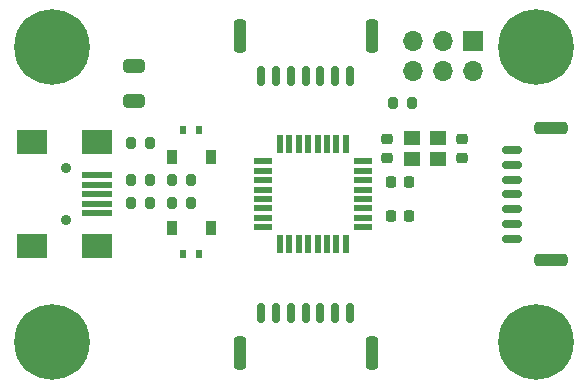
<source format=gts>
%TF.GenerationSoftware,KiCad,Pcbnew,(6.0.4-0)*%
%TF.CreationDate,2022-04-28T06:59:34+12:00*%
%TF.ProjectId,gswitch18,67737769-7463-4683-9138-2e6b69636164,1.2*%
%TF.SameCoordinates,PX487ab00PY3072580*%
%TF.FileFunction,Soldermask,Top*%
%TF.FilePolarity,Negative*%
%FSLAX46Y46*%
G04 Gerber Fmt 4.6, Leading zero omitted, Abs format (unit mm)*
G04 Created by KiCad (PCBNEW (6.0.4-0)) date 2022-04-28 06:59:34*
%MOMM*%
%LPD*%
G01*
G04 APERTURE LIST*
G04 Aperture macros list*
%AMRoundRect*
0 Rectangle with rounded corners*
0 $1 Rounding radius*
0 $2 $3 $4 $5 $6 $7 $8 $9 X,Y pos of 4 corners*
0 Add a 4 corners polygon primitive as box body*
4,1,4,$2,$3,$4,$5,$6,$7,$8,$9,$2,$3,0*
0 Add four circle primitives for the rounded corners*
1,1,$1+$1,$2,$3*
1,1,$1+$1,$4,$5*
1,1,$1+$1,$6,$7*
1,1,$1+$1,$8,$9*
0 Add four rect primitives between the rounded corners*
20,1,$1+$1,$2,$3,$4,$5,0*
20,1,$1+$1,$4,$5,$6,$7,0*
20,1,$1+$1,$6,$7,$8,$9,0*
20,1,$1+$1,$8,$9,$2,$3,0*%
G04 Aperture macros list end*
%ADD10R,1.600000X0.550000*%
%ADD11R,0.550000X1.600000*%
%ADD12RoundRect,0.250000X0.650000X-0.325000X0.650000X0.325000X-0.650000X0.325000X-0.650000X-0.325000X0*%
%ADD13RoundRect,0.225000X-0.225000X-0.250000X0.225000X-0.250000X0.225000X0.250000X-0.225000X0.250000X0*%
%ADD14RoundRect,0.225000X0.250000X-0.225000X0.250000X0.225000X-0.250000X0.225000X-0.250000X-0.225000X0*%
%ADD15RoundRect,0.225000X-0.250000X0.225000X-0.250000X-0.225000X0.250000X-0.225000X0.250000X0.225000X0*%
%ADD16R,0.600000X0.700000*%
%ADD17RoundRect,0.200000X0.200000X0.275000X-0.200000X0.275000X-0.200000X-0.275000X0.200000X-0.275000X0*%
%ADD18RoundRect,0.200000X-0.200000X-0.275000X0.200000X-0.275000X0.200000X0.275000X-0.200000X0.275000X0*%
%ADD19R,1.700000X1.700000*%
%ADD20O,1.700000X1.700000*%
%ADD21R,1.400000X1.200000*%
%ADD22R,0.900000X1.200000*%
%ADD23RoundRect,0.150000X0.150000X0.700000X-0.150000X0.700000X-0.150000X-0.700000X0.150000X-0.700000X0*%
%ADD24RoundRect,0.250000X0.250000X1.150000X-0.250000X1.150000X-0.250000X-1.150000X0.250000X-1.150000X0*%
%ADD25RoundRect,0.150000X-0.150000X-0.700000X0.150000X-0.700000X0.150000X0.700000X-0.150000X0.700000X0*%
%ADD26RoundRect,0.250000X-0.250000X-1.150000X0.250000X-1.150000X0.250000X1.150000X-0.250000X1.150000X0*%
%ADD27C,0.800000*%
%ADD28C,6.400000*%
%ADD29C,0.900000*%
%ADD30R,2.500000X0.500000*%
%ADD31R,2.500000X2.000000*%
%ADD32RoundRect,0.150000X-0.700000X0.150000X-0.700000X-0.150000X0.700000X-0.150000X0.700000X0.150000X0*%
%ADD33RoundRect,0.250000X-1.150000X0.250000X-1.150000X-0.250000X1.150000X-0.250000X1.150000X0.250000X0*%
G04 APERTURE END LIST*
D10*
%TO.C,U1*%
X29850000Y-18800000D03*
X29850000Y-18000000D03*
X29850000Y-17200000D03*
X29850000Y-16400000D03*
X29850000Y-15600000D03*
X29850000Y-14800000D03*
X29850000Y-14000000D03*
X29850000Y-13200000D03*
D11*
X28400000Y-11750000D03*
X27600000Y-11750000D03*
X26800000Y-11750000D03*
X26000000Y-11750000D03*
X25200000Y-11750000D03*
X24400000Y-11750000D03*
X23600000Y-11750000D03*
X22800000Y-11750000D03*
D10*
X21350000Y-13200000D03*
X21350000Y-14000000D03*
X21350000Y-14800000D03*
X21350000Y-15600000D03*
X21350000Y-16400000D03*
X21350000Y-17200000D03*
X21350000Y-18000000D03*
X21350000Y-18800000D03*
D11*
X22800000Y-20250000D03*
X23600000Y-20250000D03*
X24400000Y-20250000D03*
X25200000Y-20250000D03*
X26000000Y-20250000D03*
X26800000Y-20250000D03*
X27600000Y-20250000D03*
X28400000Y-20250000D03*
%TD*%
D12*
%TO.C,C5*%
X10500000Y-8075000D03*
X10500000Y-5125000D03*
%TD*%
D13*
%TO.C,C2*%
X32225000Y-17800000D03*
X33775000Y-17800000D03*
%TD*%
D14*
%TO.C,C4*%
X31900000Y-12900000D03*
X31900000Y-11350000D03*
%TD*%
D15*
%TO.C,C3*%
X38200000Y-11350000D03*
X38200000Y-12900000D03*
%TD*%
D16*
%TO.C,D2*%
X14600000Y-21025000D03*
X16000000Y-21025000D03*
%TD*%
%TO.C,D1*%
X14600000Y-10525000D03*
X16000000Y-10525000D03*
%TD*%
D17*
%TO.C,R7*%
X34025000Y-8300000D03*
X32375000Y-8300000D03*
%TD*%
%TO.C,R5*%
X15325000Y-14800000D03*
X13675000Y-14800000D03*
%TD*%
%TO.C,R6*%
X15325000Y-16700000D03*
X13675000Y-16700000D03*
%TD*%
D18*
%TO.C,R3*%
X10175000Y-11625000D03*
X11825000Y-11625000D03*
%TD*%
D17*
%TO.C,R1*%
X11825000Y-16700000D03*
X10175000Y-16700000D03*
%TD*%
%TO.C,R2*%
X11825000Y-14800000D03*
X10175000Y-14800000D03*
%TD*%
D19*
%TO.C,P5*%
X39125000Y-3025000D03*
D20*
X39125000Y-5565000D03*
X36585000Y-3025000D03*
X36585000Y-5565000D03*
X34045000Y-3025000D03*
X34045000Y-5565000D03*
%TD*%
D21*
%TO.C,X1*%
X33975000Y-12975000D03*
X36175000Y-12975000D03*
X36175000Y-11275000D03*
X33975000Y-11275000D03*
%TD*%
D22*
%TO.C,D4*%
X13650000Y-12825000D03*
X16950000Y-12825000D03*
%TD*%
%TO.C,D3*%
X13650000Y-18825000D03*
X16950000Y-18825000D03*
%TD*%
D23*
%TO.C,P3*%
X28750000Y-26050000D03*
X27500000Y-26050000D03*
X26250000Y-26050000D03*
X25000000Y-26050000D03*
X23750000Y-26050000D03*
X22500000Y-26050000D03*
X21250000Y-26050000D03*
D24*
X30600000Y-29400000D03*
X19400000Y-29400000D03*
%TD*%
D25*
%TO.C,P1*%
X21250000Y-5950000D03*
X22500000Y-5950000D03*
X23750000Y-5950000D03*
X25000000Y-5950000D03*
X26250000Y-5950000D03*
X27500000Y-5950000D03*
X28750000Y-5950000D03*
D26*
X19400000Y-2600000D03*
X30600000Y-2600000D03*
%TD*%
D27*
%TO.C,MH1*%
X3500000Y-1100000D03*
X5197056Y-5197056D03*
X1802944Y-5197056D03*
X1100000Y-3500000D03*
X5197056Y-1802944D03*
X3500000Y-5900000D03*
X1802944Y-1802944D03*
X5900000Y-3500000D03*
D28*
X3500000Y-3500000D03*
%TD*%
D27*
%TO.C,MH2*%
X46197056Y-5197056D03*
X46900000Y-3500000D03*
X42802944Y-1802944D03*
X42802944Y-5197056D03*
X44500000Y-5900000D03*
D28*
X44500000Y-3500000D03*
D27*
X42100000Y-3500000D03*
X46197056Y-1802944D03*
X44500000Y-1100000D03*
%TD*%
%TO.C,MH3*%
X1802944Y-30197056D03*
X5197056Y-30197056D03*
X1802944Y-26802944D03*
X1100000Y-28500000D03*
D28*
X3500000Y-28500000D03*
D27*
X3500000Y-26100000D03*
X3500000Y-30900000D03*
X5900000Y-28500000D03*
X5197056Y-26802944D03*
%TD*%
%TO.C,MH4*%
X46197056Y-26802944D03*
X46197056Y-30197056D03*
X44500000Y-30900000D03*
X42802944Y-26802944D03*
X42802944Y-30197056D03*
D28*
X44500000Y-28500000D03*
D27*
X46900000Y-28500000D03*
X42100000Y-28500000D03*
X44500000Y-26100000D03*
%TD*%
D29*
%TO.C,P4*%
X4700000Y-13800000D03*
X4700000Y-18200000D03*
D30*
X7300000Y-14400000D03*
X7300000Y-15200000D03*
X7300000Y-16000000D03*
X7300000Y-16800000D03*
X7300000Y-17600000D03*
D31*
X7300000Y-20400000D03*
X1800000Y-20400000D03*
X1800000Y-11600000D03*
X7300000Y-11600000D03*
%TD*%
D32*
%TO.C,P2*%
X42450000Y-12250000D03*
X42450000Y-13500000D03*
X42450000Y-14750000D03*
X42450000Y-16000000D03*
X42450000Y-17250000D03*
X42450000Y-18500000D03*
X42450000Y-19750000D03*
D33*
X45800000Y-10400000D03*
X45800000Y-21600000D03*
%TD*%
D13*
%TO.C,C1*%
X32225000Y-15000000D03*
X33775000Y-15000000D03*
%TD*%
M02*

</source>
